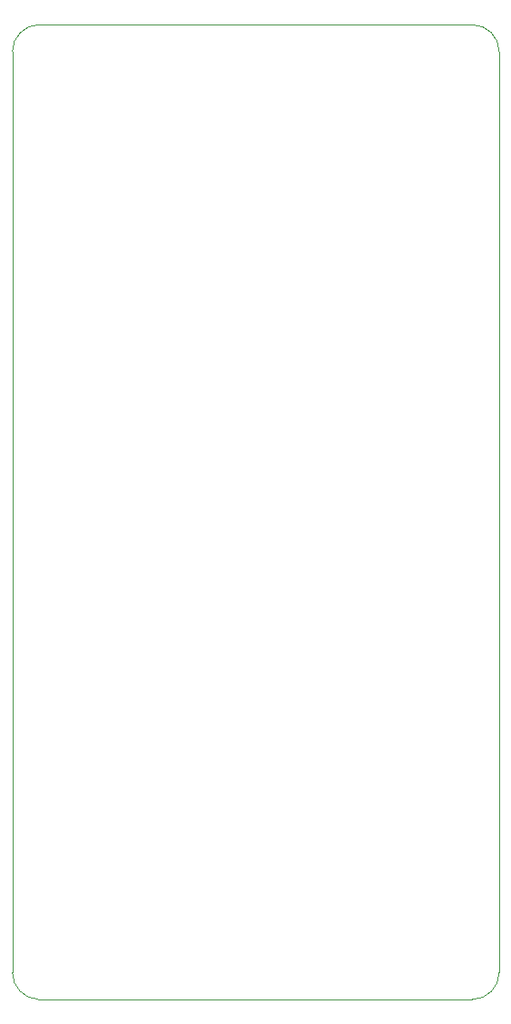
<source format=gbr>
%TF.GenerationSoftware,KiCad,Pcbnew,(5.1.10)-1*%
%TF.CreationDate,2021-09-20T08:54:39+02:00*%
%TF.ProjectId,breakoutboard,62726561-6b6f-4757-9462-6f6172642e6b,rev?*%
%TF.SameCoordinates,Original*%
%TF.FileFunction,Profile,NP*%
%FSLAX46Y46*%
G04 Gerber Fmt 4.6, Leading zero omitted, Abs format (unit mm)*
G04 Created by KiCad (PCBNEW (5.1.10)-1) date 2021-09-20 08:54:39*
%MOMM*%
%LPD*%
G01*
G04 APERTURE LIST*
%TA.AperFunction,Profile*%
%ADD10C,0.050000*%
%TD*%
G04 APERTURE END LIST*
D10*
X49300080Y-128698002D02*
G75*
G02*
X46900000Y-126200000I99920J2498002D01*
G01*
X89800000Y-128700000D02*
X49300000Y-128700000D01*
X92300000Y-126200000D02*
G75*
G02*
X89800000Y-128700000I-2500000J0D01*
G01*
X92300000Y-40300000D02*
X92300000Y-126200000D01*
X89800000Y-37800000D02*
G75*
G02*
X92300000Y-40300000I0J-2500000D01*
G01*
X49400000Y-37800000D02*
X89800000Y-37800000D01*
X46900000Y-40300000D02*
G75*
G02*
X49400000Y-37800000I2500000J0D01*
G01*
X46900000Y-126200000D02*
X46900000Y-40300000D01*
M02*

</source>
